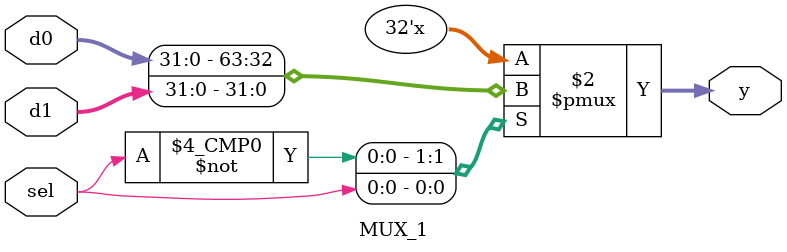
<source format=v>
module MUX_1(
           input [31:0]      d0, d1,
           input             sel,
           output reg [31:0] y);
   always @(*) begin
      case(sel)
        1'b0: y <= d0;
        1'b1: y <= d1;
        default: y <= d0;
      endcase // case (sel)
   end
endmodule // MUX

</source>
